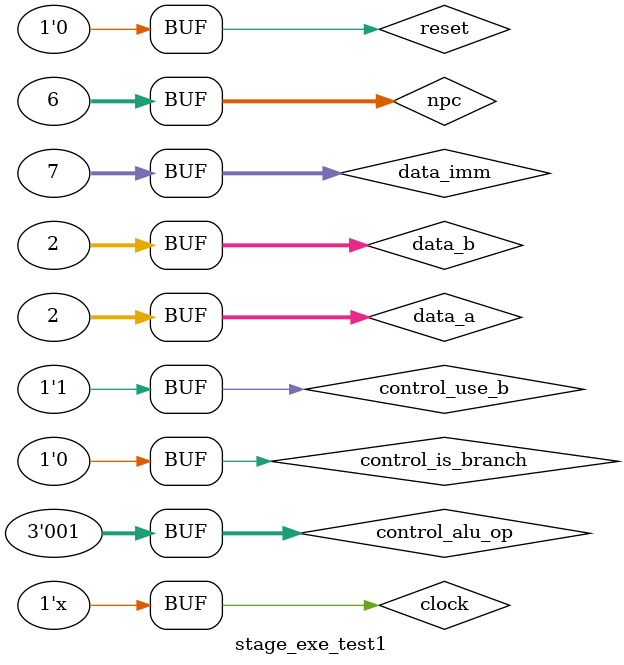
<source format=v>
`timescale 1ns / 1ps


module stage_exe_test1;

	// Inputs
	reg clock;
	reg reset;
	reg [31:0] data_a;
	reg [31:0] data_b;
	reg [31:0] data_imm;
	reg [2:0] control_alu_op;
	reg control_use_b;
	reg control_is_branch;
	reg [31:0] npc;

	// Outputs
	wire [31:0] out;
	wire use_npc;
	wire [31:0] jump_address;

	// Instantiate the Unit Under Test (UUT)
	stage_exe uut (
		.clock(clock),
		.reset(reset),
		.data_a(data_a), 
		.data_b(data_b), 
		.data_imm(data_imm), 
		.control_alu_op(control_alu_op), 
		.control_use_b(control_use_b), 
		.control_is_branch(control_is_branch), 
		.npc(npc), 
		.out(out), 
		.use_npc(use_npc), 
		.jump_address(jump_address)
	);

	initial begin
		// Initialize Inputs
		clock = 0;
		reset = 1;
		data_a = 0;
		data_b = 0;
		data_imm = 0;
		control_alu_op = 0;
		control_use_b = 0;
		control_is_branch = 0;
		npc = 0;

		// Wait 110 ns for global reset to finish
		#60;
        
		// Add stimulus here
		reset = 0;
		#40;
		//Progam simulation start
		
		//Expected: Out = 5, use_npc = 1, jump_address = 1 -> Pass
		data_a = 3;
		data_b = 2;
		data_imm = 1;
		control_alu_op = 0;
		control_use_b = 1;
		control_is_branch = 0;
		npc = 0;
		#100;
		
		//Expected: Out = 4, use_npc = 1, jump_address = 2 -> Pass
		data_a = 3;
		data_b = 2;
		data_imm = 1;
		control_alu_op = 0;
		control_use_b = 0;
		control_is_branch = 0;
		npc = 1;
		#100;
		
		//Expected: Out = 3, use_npc = 1, jump_address = 3 -> Pass
		data_a = 1;
		data_b = 2;
		data_imm = 1;
		control_alu_op = 2;
		control_use_b = 1;
		control_is_branch = 0;
		npc = 2;
		#100;
		
		//Expected: Out = 6, use_npc = 1, jump_address = 5 -> Pass
		data_a = 4;
		data_b = 3;
		data_imm = 2;
		control_alu_op = 2;
		control_use_b = 0;
		control_is_branch = 0;
		npc = 3;
		#100;
		
		//Expected: Out = 1, use_npc = 1, jump_address = 9 -> Pass
		data_a = 4;
		data_b = 3;
		data_imm = 5;
		control_alu_op = 1;
		control_use_b = 1;
		control_is_branch = 1;
		npc = 4;
		#100;
		
		//Expected: Out = 0, use_npc = 0, jump_address = 12 -> Pass
		data_a = 2;
		data_b = 2;
		data_imm = 7;
		control_alu_op = 1;
		control_use_b = 1;
		control_is_branch = 1;
		npc = 5;
		#100;
		
		//Expected: Out = 0, use_npc = 1, jump_address = 13 -> Pass
		data_a = 2;
		data_b = 2;
		data_imm = 7;
		control_alu_op = 1;
		control_use_b = 1;
		control_is_branch = 0;
		npc = 6;
		#100;

	end
	
	always
	begin
		#50;
		clock = ~clock;
	end
      
endmodule


</source>
